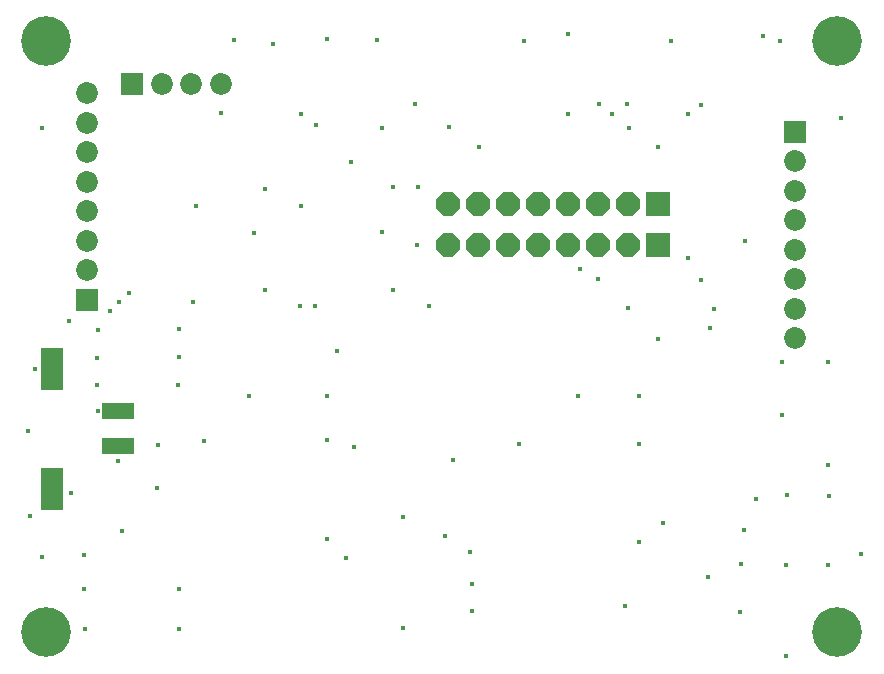
<source format=gbs>
G04*
G04 #@! TF.GenerationSoftware,Altium Limited,Altium Designer,22.8.2 (66)*
G04*
G04 Layer_Color=16711935*
%FSLAX42Y42*%
%MOMM*%
G71*
G04*
G04 #@! TF.SameCoordinates,0533CB18-9495-43A3-8B9C-2A5BF5C5928D*
G04*
G04*
G04 #@! TF.FilePolarity,Negative*
G04*
G01*
G75*
%ADD51P,2.17X8X202.5*%
%ADD52R,2.00X2.00*%
%ADD53R,1.85X1.85*%
%ADD54C,1.85*%
%ADD55R,1.85X1.85*%
%ADD56C,4.20*%
%ADD57C,0.40*%
%ADD71R,2.74X1.47*%
%ADD72R,1.85X3.63*%
D51*
X3808Y3678D02*
D03*
X4062D02*
D03*
X4316D02*
D03*
X4570D02*
D03*
X5078D02*
D03*
X5332D02*
D03*
X4824D02*
D03*
Y4021D02*
D03*
X5332D02*
D03*
X5078D02*
D03*
X4570D02*
D03*
X4316D02*
D03*
X4062D02*
D03*
X3808D02*
D03*
D52*
X5586Y3678D02*
D03*
Y4021D02*
D03*
D53*
X1134Y5040D02*
D03*
D54*
X1384D02*
D03*
X1634D02*
D03*
X1884D02*
D03*
X754Y3462D02*
D03*
Y3712D02*
D03*
Y3962D02*
D03*
Y4212D02*
D03*
Y4462D02*
D03*
Y4712D02*
D03*
Y4962D02*
D03*
X6748Y2886D02*
D03*
Y3136D02*
D03*
Y3386D02*
D03*
Y3636D02*
D03*
Y3886D02*
D03*
Y4136D02*
D03*
Y4386D02*
D03*
D55*
X754Y3212D02*
D03*
X6748Y4636D02*
D03*
D56*
X404Y5406D02*
D03*
X7100D02*
D03*
Y400D02*
D03*
X404D02*
D03*
D57*
X1744Y2020D02*
D03*
X6288Y979D02*
D03*
X1023Y3195D02*
D03*
X2692Y4696D02*
D03*
X5326Y4872D02*
D03*
X2564Y4007D02*
D03*
X3558Y4168D02*
D03*
X3850Y1856D02*
D03*
X4414Y1990D02*
D03*
X5588Y2884D02*
D03*
X372Y1034D02*
D03*
X251Y2100D02*
D03*
X1650Y3196D02*
D03*
X2261Y3293D02*
D03*
X2556Y3163D02*
D03*
X2865Y2776D02*
D03*
X374Y4664D02*
D03*
X7132Y4752D02*
D03*
X7306Y1062D02*
D03*
X6282Y570D02*
D03*
X6622Y5402D02*
D03*
X5698Y5406D02*
D03*
X4448Y5404D02*
D03*
X3204Y5408D02*
D03*
X1999D02*
D03*
X2324Y5374D02*
D03*
X3344Y4168D02*
D03*
X2260Y4154D02*
D03*
X3344Y3293D02*
D03*
X3650Y3156D02*
D03*
X2128Y2400D02*
D03*
X4912Y2396D02*
D03*
X6640Y2236D02*
D03*
X7032Y1554D02*
D03*
X6418Y1528D02*
D03*
X4016Y580D02*
D03*
X3996Y1078D02*
D03*
X738Y422D02*
D03*
X726Y766D02*
D03*
X3546Y3676D02*
D03*
X7030Y1814D02*
D03*
X6006Y863D02*
D03*
X5628Y1324D02*
D03*
X6318Y1263D02*
D03*
X6678Y1560D02*
D03*
X3428Y1376D02*
D03*
X3780Y1212D02*
D03*
X4008Y804D02*
D03*
X2944Y1024D02*
D03*
X1047Y1254D02*
D03*
X618Y1576D02*
D03*
X1016Y1846D02*
D03*
X726Y1050D02*
D03*
X268Y1380D02*
D03*
X1890Y4798D02*
D03*
X596Y3034D02*
D03*
X1348Y1620D02*
D03*
X310Y2624D02*
D03*
X1354Y1980D02*
D03*
X5838Y3562D02*
D03*
Y4784D02*
D03*
X5196Y4786D02*
D03*
X5954Y4860D02*
D03*
X5950Y3384D02*
D03*
X6064Y3138D02*
D03*
X6320Y3710D02*
D03*
X4930Y3470D02*
D03*
X6026Y2972D02*
D03*
X5080Y3386D02*
D03*
X5334Y3140D02*
D03*
X4821Y4786D02*
D03*
X2564D02*
D03*
X3532Y4870D02*
D03*
X5084Y4868D02*
D03*
X5586Y4504D02*
D03*
X5342Y4666D02*
D03*
X4068Y4506D02*
D03*
X3254Y3784D02*
D03*
X2986Y4382D02*
D03*
X2166Y3780D02*
D03*
X3250Y4664D02*
D03*
X3820Y4674D02*
D03*
X2682Y3162D02*
D03*
X1110Y3274D02*
D03*
X1674Y4006D02*
D03*
X5304Y622D02*
D03*
X6672Y200D02*
D03*
X4821Y5462D02*
D03*
X3014Y1965D02*
D03*
X946Y3120D02*
D03*
X7026Y968D02*
D03*
X6672Y968D02*
D03*
X1530Y766D02*
D03*
Y422D02*
D03*
X844Y2272D02*
D03*
X3428Y434D02*
D03*
X846Y2958D02*
D03*
X840Y2720D02*
D03*
X841Y2488D02*
D03*
X1522Y2490D02*
D03*
X1530Y2724D02*
D03*
Y2962D02*
D03*
X6640Y2688D02*
D03*
X7028D02*
D03*
X6478Y5448D02*
D03*
X5422Y2402D02*
D03*
Y1992D02*
D03*
Y1164D02*
D03*
X2784Y2394D02*
D03*
Y2024D02*
D03*
X2784Y5424D02*
D03*
X2784Y1190D02*
D03*
D71*
X1014Y1972D02*
D03*
Y2272D02*
D03*
D72*
X460Y1614D02*
D03*
Y2630D02*
D03*
M02*

</source>
